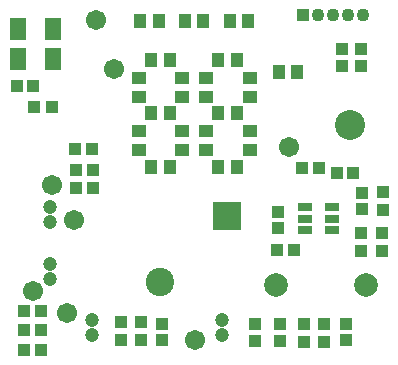
<source format=gts>
G04*
G04 #@! TF.GenerationSoftware,Altium Limited,Altium Designer,20.0.2 (26)*
G04*
G04 Layer_Color=8388736*
%FSLAX25Y25*%
%MOIN*%
G70*
G01*
G75*
%ADD28C,0.10000*%
%ADD29C,0.06800*%
%ADD30C,0.06706*%
%ADD31R,0.04343X0.04737*%
%ADD32R,0.03950X0.04343*%
%ADD33R,0.04343X0.03950*%
%ADD34R,0.03950X0.04202*%
%ADD35R,0.04737X0.04343*%
%ADD36R,0.04202X0.03975*%
%ADD37R,0.03975X0.04202*%
%ADD38R,0.05554X0.07497*%
%ADD39R,0.05021X0.02895*%
%ADD40C,0.04343*%
%ADD41R,0.04343X0.04343*%
%ADD42C,0.09461*%
%ADD43C,0.04737*%
%ADD44C,0.07887*%
%ADD45R,0.09461X0.09461*%
D28*
X122700Y84000D02*
D03*
D29*
D03*
D30*
X38000Y119000D02*
D03*
X44000Y102500D02*
D03*
X102300Y76800D02*
D03*
X71000Y12200D02*
D03*
X28400Y21200D02*
D03*
X17100Y28700D02*
D03*
X23500Y64000D02*
D03*
X30900Y52400D02*
D03*
D31*
X85050Y88000D02*
D03*
X78751D02*
D03*
X85050Y105800D02*
D03*
X78751D02*
D03*
X62650D02*
D03*
X56351D02*
D03*
X98950Y101800D02*
D03*
X105249D02*
D03*
X62650Y70100D02*
D03*
X56351D02*
D03*
X62650Y88000D02*
D03*
X56351D02*
D03*
X85050Y70100D02*
D03*
X78751D02*
D03*
X52650Y118700D02*
D03*
X58949D02*
D03*
X67625D02*
D03*
X73925D02*
D03*
X82601D02*
D03*
X88900D02*
D03*
D32*
X118268Y67892D02*
D03*
X123779D02*
D03*
X17255Y96900D02*
D03*
X11744D02*
D03*
X36755Y76100D02*
D03*
X31245D02*
D03*
D33*
X126724Y55899D02*
D03*
Y61410D02*
D03*
X98822Y55024D02*
D03*
Y49514D02*
D03*
X121400Y12268D02*
D03*
Y17779D02*
D03*
X91100Y17656D02*
D03*
Y12145D02*
D03*
X99550Y17656D02*
D03*
Y12145D02*
D03*
X60000Y17800D02*
D03*
Y12289D02*
D03*
D34*
X37056Y69100D02*
D03*
X31545D02*
D03*
X37056Y62997D02*
D03*
X31545D02*
D03*
D35*
X66700Y93350D02*
D03*
Y99649D02*
D03*
X89300Y93350D02*
D03*
Y99649D02*
D03*
X52500Y93350D02*
D03*
Y99649D02*
D03*
X74900Y93350D02*
D03*
Y99649D02*
D03*
X66753Y82050D02*
D03*
Y75751D02*
D03*
X89300Y82050D02*
D03*
Y75751D02*
D03*
X52400Y82050D02*
D03*
Y75751D02*
D03*
X74900Y82050D02*
D03*
Y75751D02*
D03*
D36*
X120000Y109466D02*
D03*
Y103534D02*
D03*
X126300Y109466D02*
D03*
Y103534D02*
D03*
X133700Y55734D02*
D03*
Y61665D02*
D03*
X126424Y42156D02*
D03*
Y48087D02*
D03*
X133524Y42156D02*
D03*
Y48087D02*
D03*
X107500Y11804D02*
D03*
Y17734D02*
D03*
X114200Y17744D02*
D03*
Y11813D02*
D03*
X46300Y12298D02*
D03*
Y18229D02*
D03*
X53000D02*
D03*
Y12298D02*
D03*
D37*
X112566Y69600D02*
D03*
X106634D02*
D03*
X104224Y42269D02*
D03*
X98293D02*
D03*
X17535Y90000D02*
D03*
X23465D02*
D03*
X13935Y22000D02*
D03*
X19865D02*
D03*
X13935Y9000D02*
D03*
X19865D02*
D03*
X13935Y15500D02*
D03*
X19865D02*
D03*
D38*
X12043Y106100D02*
D03*
X23687D02*
D03*
X12043Y116000D02*
D03*
X23687D02*
D03*
D39*
X116834Y56540D02*
D03*
Y52800D02*
D03*
Y49060D02*
D03*
X107787D02*
D03*
Y52800D02*
D03*
Y56540D02*
D03*
D40*
X122034Y120800D02*
D03*
X127034D02*
D03*
X117034D02*
D03*
X112034D02*
D03*
D41*
X107034D02*
D03*
D42*
X59600Y31800D02*
D03*
D43*
X22900Y56722D02*
D03*
Y51800D02*
D03*
X36900Y19000D02*
D03*
Y14078D02*
D03*
X80000Y19000D02*
D03*
Y14078D02*
D03*
X22900Y37600D02*
D03*
Y32678D02*
D03*
D44*
X98239Y30500D02*
D03*
X128161D02*
D03*
D45*
X81700Y53800D02*
D03*
M02*

</source>
